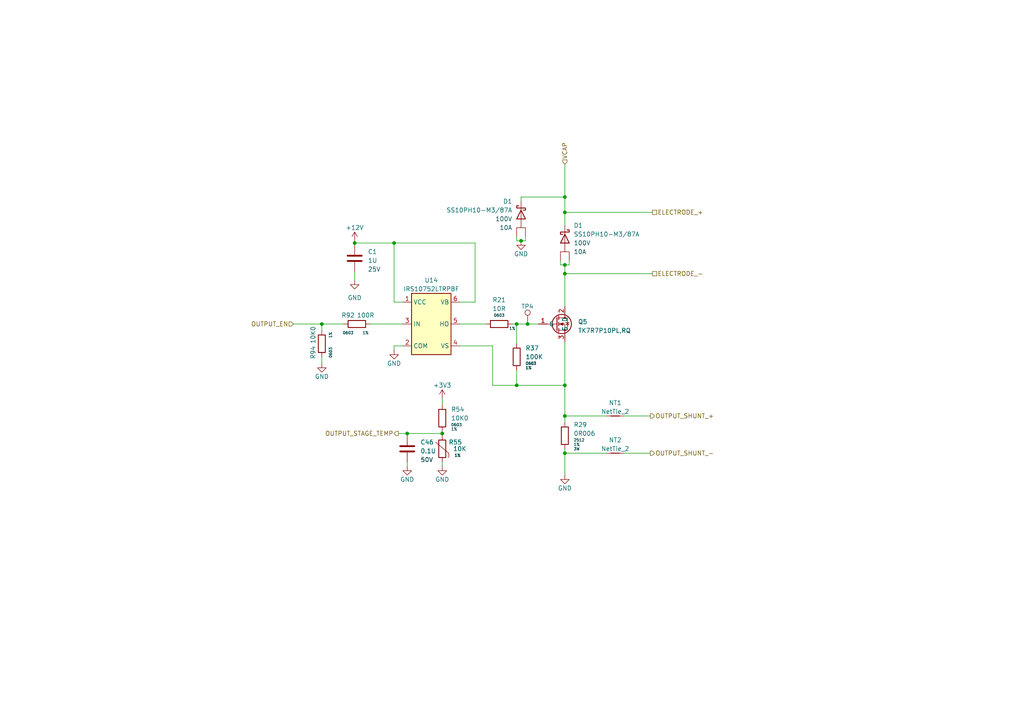
<source format=kicad_sch>
(kicad_sch (version 20230121) (generator eeschema)
  (paper "A4")
  (title_block (company "Rack Robotics, Inc.") (comment 1 "Engineering by DragonFly Power Systems") (comment 2 "Design by Rack Robotics, Inc."))
  (lib_symbols
    (symbol "0603_CAP:0.1U_50V"
      (property "Reference" "C" (at 3.175 1.905 0))
      (property "Value" "0.1U" (at 3.175 0 0))
      (property "Volage Rating" "50V" (at 3.175 -1.905 0))
      (symbol "0.1U_50V_0_1"
        (polyline (pts (xy -2.032 -0.762) (xy 2.032 -0.762)) (stroke (width 0.508)))
        (polyline (pts (xy -2.032 0.762) (xy 2.032 0.762)) (stroke (width 0.508)))
      )
      (symbol "0.1U_50V_1_1"
        (pin passive line (at 0 3.81 270) (length 2.794) (name "~") (number "1"))
        (pin passive line (at 0 -3.81 90) (length 2.794) (name "~") (number "2"))
      )
    )
    (symbol "0603_CAP:1U_25V"
      (property "Reference" "C" (at 3.175 1.905 0))
      (property "Value" "1U" (at 3.175 0 0))
      (property "Volage Rating" "25V" (at 3.175 -1.905 0))
      (symbol "1U_25V_0_1"
        (polyline (pts (xy -2.032 -0.762) (xy 2.032 -0.762)) (stroke (width 0.508)))
        (polyline (pts (xy -2.032 0.762) (xy 2.032 0.762)) (stroke (width 0.508)))
      )
      (symbol "1U_25V_1_1"
        (pin passive line (at 0 3.81 270) (length 2.794) (name "~") (number "1"))
        (pin passive line (at 0 -3.81 90) (length 2.794) (name "~") (number "2"))
      )
    )
    (symbol "0603_RES:100R"
      (property "Reference" "R" (at 1.27 2.54 0))
      (property "Value" "100R" (at 1.27 0.635 0))
      (property "Package Size" "0603" (at 1.27 -1.27 0))
      (property "Tolerance" "1%" (at 1.27 -2.54 0))
      (symbol "100R_0_1"
        (rectangle (start -1.016 2.54) (end 1.016 -2.54) (stroke (width 0.254)))
      )
      (symbol "100R_1_1"
        (pin passive line (at 0 3.81 270) (length 1.27) (name "~") (number "1"))
        (pin passive line (at 0 -3.81 90) (length 1.27) (name "~") (number "2"))
      )
    )
    (symbol "0603_RES:100k"
      (property "Reference" "R" (at 1.27 2.54 0))
      (property "Value" "100K" (at 1.27 0.635 0))
      (property "Package Size" "0603" (at 1.27 -1.27 0))
      (property "Tolerance" "1%" (at 1.27 -2.54 0))
      (symbol "100k_0_1"
        (rectangle (start -1.016 2.54) (end 1.016 -2.54) (stroke (width 0.254)))
      )
      (symbol "100k_1_1"
        (pin passive line (at 0 3.81 270) (length 1.27) (name "~") (number "1"))
        (pin passive line (at 0 -3.81 90) (length 1.27) (name "~") (number "2"))
      )
    )
    (symbol "0603_RES:10K0"
      (property "Reference" "R" (at 1.27 2.54 0))
      (property "Value" "10K0" (at 1.27 0.635 0))
      (property "Package Size" "0603" (at 1.27 -1.27 0))
      (property "Tolerance" "1%" (at 1.27 -2.54 0))
      (symbol "10K0_0_1"
        (rectangle (start -1.016 2.54) (end 1.016 -2.54) (stroke (width 0.254)))
      )
      (symbol "10K0_1_1"
        (pin passive line (at 0 3.81 270) (length 1.27) (name "~") (number "1"))
        (pin passive line (at 0 -3.81 90) (length 1.27) (name "~") (number "2"))
      )
    )
    (symbol "0603_RES:10K_THERMISTOR"
      (property "Reference" "R" (at 3.81 1.905 0))
      (property "Value" "10K" (at 5.08 0 0))
      (property "Tolerance" "1%" (at 4.445 -1.905 0))
      (symbol "10K_THERMISTOR_0_1"
        (rectangle (start -1.016 2.54) (end 1.016 -2.54) (stroke (width 0.254)))
        (polyline (pts (xy 1.905 -2.54) (xy 1.905 -1.27) (xy -1.905 1.905)))
      )
      (symbol "10K_THERMISTOR_1_1"
        (pin passive line (at 0 3.81 270) (length 1.27) (name "~") (number "1"))
        (pin passive line (at 0 -3.81 90) (length 1.27) (name "~") (number "2"))
      )
    )
    (symbol "0603_RES:10R"
      (property "Reference" "R" (at 1.27 2.54 0))
      (property "Value" "10R" (at 1.27 0.635 0))
      (property "Package Size" "0603" (at 1.27 -1.27 0))
      (property "Tolerance" "1%" (at 1.27 -2.54 0))
      (symbol "10R_0_1"
        (rectangle (start -1.016 2.54) (end 1.016 -2.54) (stroke (width 0.254)))
      )
      (symbol "10R_1_1"
        (pin passive line (at 0 3.81 270) (length 1.27) (name "~") (number "1"))
        (pin passive line (at 0 -3.81 90) (length 1.27) (name "~") (number "2"))
      )
    )
    (symbol "Connector:TestPoint" (pin_numbers hide) (pin_names (offset 0.762) hide)
      (property "Reference" "TP" (at 0 6.858 0))
      (property "Value" "TestPoint" (at 0 5.08 0))
      (symbol "TestPoint_0_1"
        (circle (center 0 3.302) (radius 0.762))
      )
      (symbol "TestPoint_1_1"
        (pin passive line (at 0 0 90) (length 2.54) (name "1") (number "1"))
      )
    )
    (symbol "Device:NetTie_2" (pin_numbers hide) (pin_names (offset 0) hide) (in_bom no)
      (property "Reference" "NT" (at 0 1.27 0))
      (property "Value" "NetTie_2" (at 0 -1.27 0))
      (symbol "NetTie_2_0_1"
        (polyline (pts (xy -1.27 0) (xy 1.27 0)) (stroke (width 0.254)))
      )
      (symbol "NetTie_2_1_1"
        (pin passive line (at -2.54 0 0) (length 2.54) (name "1") (number "1"))
        (pin passive line (at 2.54 0 180) (length 2.54) (name "2") (number "2"))
      )
    )
    (symbol "Gate Drivers:IRS10752LTRPBF"
      (property "Reference" "U" (at 0 1.27 0))
      (property "Value" "IRS10752LTRPBF" (at 0 -19.05 0))
      (symbol "IRS10752LTRPBF_0_1"
        (rectangle (start 0 0) (end 11.43 -17.78) (stroke (width 0.254)) (fill (type background)))
      )
      (symbol "IRS10752LTRPBF_1_1"
        (pin power_in line (at -2.54 -2.54 0) (length 2.54) (name "VCC") (number "1"))
        (pin power_in line (at -2.54 -15.24 0) (length 2.54) (name "COM") (number "2"))
        (pin input line (at -2.54 -8.89 0) (length 2.54) (name "IN") (number "3"))
        (pin passive line (at 13.97 -15.24 180) (length 2.54) (name "VS") (number "4"))
        (pin output line (at 13.97 -8.89 180) (length 2.54) (name "HO") (number "5"))
        (pin power_in line (at 13.97 -2.54 180) (length 2.54) (name "VB") (number "6"))
      )
    )
    (symbol "POWER_FETs:TK7R7P10PL"
      (property "Reference" "Q" (at 2.54 3.81 0))
      (property "Value" "TK7R7P10PL,RQ" (at 2.54 1.27 0))
      (symbol "TK7R7P10PL_0_1"
        (circle (center -0.889 0) (radius 2.794) (stroke (width 0.254)))
        (circle (center 0 -1.778) (radius 0.254) (fill (type outline)))
        (polyline (pts (xy -2.286 0) (xy -5.08 0)))
        (polyline (pts (xy -2.286 1.905) (xy -2.286 -1.905)) (stroke (width 0.254)))
        (polyline (pts (xy -1.778 -1.27) (xy -1.778 -2.286)) (stroke (width 0.254)))
        (polyline (pts (xy -1.778 0.508) (xy -1.778 -0.508)) (stroke (width 0.254)))
        (polyline (pts (xy -1.778 2.286) (xy -1.778 1.27)) (stroke (width 0.254)))
        (polyline (pts (xy 0 2.54) (xy 0 1.778)))
        (polyline (pts (xy 0 -2.54) (xy 0 0) (xy -1.778 0)))
        (polyline (pts (xy -1.778 -1.778) (xy 0.762 -1.778) (xy 0.762 1.778) (xy -1.778 1.778)))
        (polyline (pts (xy -1.524 0) (xy -0.508 0.381) (xy -0.508 -0.381) (xy -1.524 0)) (fill (type outline)))
        (polyline (pts (xy 0.254 0.508) (xy 0.381 0.381) (xy 1.143 0.381) (xy 1.27 0.254)))
        (polyline (pts (xy 0.762 0.381) (xy 0.381 -0.254) (xy 1.143 -0.254) (xy 0.762 0.381)))
        (circle (center 0 1.778) (radius 0.254) (fill (type outline)))
      )
      (symbol "TK7R7P10PL_1_1"
        (pin passive line (at -7.62 0 0) (length 2.54) (name "G") (number "1"))
        (pin passive line (at 0 5.08 270) (length 2.54) (name "D") (number "2"))
        (pin passive line (at 0 -5.08 90) (length 2.54) (name "S") (number "3"))
      )
    )
    (symbol "POWER_RESISTOR:0R006_2512_3W"
      (property "Reference" "R" (at 1.27 3.175 0))
      (property "Value" "0R006" (at 1.27 1.27 0))
      (property "Package Size" "2512" (at 1.27 -0.635 0))
      (property "Tolerance" "1%" (at 1.27 -1.905 0))
      (property "Power Rating" "3W" (at 1.27 -3.175 0))
      (symbol "0R006_2512_3W_0_1"
        (rectangle (start -1.016 2.54) (end 1.016 -2.54) (stroke (width 0.254)))
      )
      (symbol "0R006_2512_3W_1_1"
        (pin passive line (at 0 3.81 270) (length 1.27) (name "~") (number "1"))
        (pin passive line (at 0 -3.81 90) (length 1.27) (name "~") (number "2"))
      )
    )
    (symbol "SCHOTTKY_DIODES:SS10PH10-M3/87A" (pin_numbers hide) (pin_names hide)
      (property "Reference" "D" (at 0 2.54 0))
      (property "Value" "SS10PH10-M3/87A" (at 0 -2.54 0))
      (property "Vr" "100V" (at -4.445 2.54 0))
      (property "If" "10A" (at 3.175 2.54 0))
      (symbol "SS10PH10-M3/87A_0_1"
        (polyline (pts (xy 1.27 0) (xy -1.27 0)))
        (polyline (pts (xy 3.81 0) (xy 1.27 0)))
        (polyline (pts (xy 3.81 1.27) (xy 3.81 -1.27)))
        (polyline (pts (xy 1.27 1.27) (xy 1.27 -1.27) (xy -1.27 0) (xy 1.27 1.27)) (stroke (width 0.254)))
        (polyline (pts (xy -2.54 0.635) (xy -2.54 1.27) (xy -1.905 1.27) (xy -1.905 -1.27) (xy -1.27 -1.27) (xy -1.27 -0.635)) (stroke (width 0.254)))
      )
      (symbol "SS10PH10-M3/87A_1_1"
        (pin passive line (at 6.35 1.27 180) (length 2.54) (name "A") (number "1"))
        (pin passive line (at 6.35 -1.27 180) (length 2.54) (name "A") (number "2"))
        (pin passive line (at -3.81 0 0) (length 2.54) (name "K") (number "3"))
      )
    )
    (symbol "power:+12V" (power) (pin_names (offset 0))
      (property "Value" "+12V" (at 0 3.556 0))
      (symbol "+12V_0_1"
        (polyline (pts (xy -0.762 1.27) (xy 0 2.54)))
        (polyline (pts (xy 0 0) (xy 0 2.54)))
        (polyline (pts (xy 0 2.54) (xy 0.762 1.27)))
      )
      (symbol "+12V_1_1"
        (pin power_in line (at 0 0 90) (length 0) hide (name "+12V") (number "1"))
      )
    )
    (symbol "power:+3V3" (power) (pin_names (offset 0))
      (property "Value" "+3V3" (at 0 3.556 0))
      (symbol "+3V3_0_1"
        (polyline (pts (xy -0.762 1.27) (xy 0 2.54)))
        (polyline (pts (xy 0 0) (xy 0 2.54)))
        (polyline (pts (xy 0 2.54) (xy 0.762 1.27)))
      )
      (symbol "+3V3_1_1"
        (pin power_in line (at 0 0 90) (length 0) hide (name "+3V3") (number "1"))
      )
    )
    (symbol "power:GND" (power) (pin_names (offset 0))
      (property "Value" "GND" (at 0 -3.81 0))
      (symbol "GND_0_1"
        (polyline (pts (xy 0 0) (xy 0 -1.27) (xy 1.27 -1.27) (xy 0 -2.54) (xy -1.27 -1.27) (xy 0 -1.27)))
      )
      (symbol "GND_1_1"
        (pin power_in line (at 0 0 270) (length 0) hide (name "GND") (number "1"))
      )
    )
  )
  (junction (at 149.86 111.76))
  (junction (at 153.035 93.98))
  (junction (at 163.83 111.76))
  (junction (at 128.27 125.73))
  (junction (at 149.86 93.98))
  (junction (at 114.3 70.485))
  (junction (at 93.345 93.98))
  (junction (at 163.83 79.375))
  (junction (at 102.87 70.485))
  (junction (at 163.83 61.595))
  (junction (at 151.13 69.85))
  (junction (at 163.83 120.65))
  (junction (at 118.11 125.73))
  (junction (at 163.83 57.15))
  (junction (at 163.83 76.835))
  (junction (at 163.83 131.445))
  (wire (pts (xy 162.56 75.565) (xy 162.56 76.835)))
  (wire (pts (xy 128.27 125.095) (xy 128.27 125.73)))
  (wire (pts (xy 102.87 70.485) (xy 102.87 71.12)))
  (wire (pts (xy 128.27 133.985) (xy 128.27 135.255)))
  (wire (pts (xy 163.83 111.76) (xy 163.83 120.65)))
  (wire (pts (xy 151.13 57.15) (xy 163.83 57.15)))
  (wire (pts (xy 128.27 115.57) (xy 128.27 117.475)))
  (wire (pts (xy 165.1 75.565) (xy 165.1 76.835)))
  (wire (pts (xy 163.83 76.835) (xy 165.1 76.835)))
  (wire (pts (xy 151.13 69.85) (xy 152.4 69.85)))
  (wire (pts (xy 85.09 93.98) (xy 93.345 93.98)))
  (wire (pts (xy 152.4 68.58) (xy 152.4 69.85)))
  (wire (pts (xy 149.86 68.58) (xy 149.86 69.85)))
  (wire (pts (xy 133.35 100.33) (xy 142.875 100.33)))
  (wire (pts (xy 163.83 131.445) (xy 175.895 131.445)))
  (wire (pts (xy 142.875 111.76) (xy 149.86 111.76)))
  (wire (pts (xy 163.83 131.445) (xy 163.83 137.795)))
  (wire (pts (xy 163.83 79.375) (xy 189.23 79.375)))
  (wire (pts (xy 137.795 87.63) (xy 137.795 70.485)))
  (wire (pts (xy 133.35 93.98) (xy 140.97 93.98)))
  (wire (pts (xy 163.83 120.65) (xy 175.895 120.65)))
  (wire (pts (xy 163.83 47.625) (xy 163.83 57.15)))
  (wire (pts (xy 128.27 125.73) (xy 128.27 126.365)))
  (wire (pts (xy 148.59 93.98) (xy 149.86 93.98)))
  (wire (pts (xy 149.86 107.315) (xy 149.86 111.76)))
  (wire (pts (xy 162.56 76.835) (xy 163.83 76.835)))
  (wire (pts (xy 137.795 70.485) (xy 114.3 70.485)))
  (wire (pts (xy 149.86 111.76) (xy 163.83 111.76)))
  (wire (pts (xy 163.83 57.15) (xy 163.83 61.595)))
  (wire (pts (xy 118.11 133.985) (xy 118.11 135.255)))
  (wire (pts (xy 153.035 93.98) (xy 156.21 93.98)))
  (wire (pts (xy 115.57 125.73) (xy 118.11 125.73)))
  (wire (pts (xy 118.11 126.365) (xy 118.11 125.73)))
  (wire (pts (xy 142.875 100.33) (xy 142.875 111.76)))
  (wire (pts (xy 163.83 76.835) (xy 163.83 79.375)))
  (wire (pts (xy 163.83 61.595) (xy 189.23 61.595)))
  (wire (pts (xy 102.87 70.485) (xy 114.3 70.485)))
  (wire (pts (xy 114.3 70.485) (xy 114.3 87.63)))
  (wire (pts (xy 102.87 69.85) (xy 102.87 70.485)))
  (wire (pts (xy 163.83 99.06) (xy 163.83 111.76)))
  (wire (pts (xy 163.83 120.65) (xy 163.83 122.555)))
  (wire (pts (xy 114.3 100.33) (xy 114.3 101.6)))
  (wire (pts (xy 180.975 131.445) (xy 188.595 131.445)))
  (wire (pts (xy 149.86 69.85) (xy 151.13 69.85)))
  (wire (pts (xy 118.11 125.73) (xy 128.27 125.73)))
  (wire (pts (xy 93.345 103.505) (xy 93.345 105.41)))
  (wire (pts (xy 149.86 93.98) (xy 153.035 93.98)))
  (wire (pts (xy 114.3 87.63) (xy 116.84 87.63)))
  (wire (pts (xy 180.975 120.65) (xy 188.595 120.65)))
  (wire (pts (xy 93.345 93.98) (xy 93.345 95.885)))
  (wire (pts (xy 133.35 87.63) (xy 137.795 87.63)))
  (wire (pts (xy 149.86 93.98) (xy 149.86 99.695)))
  (wire (pts (xy 107.315 93.98) (xy 116.84 93.98)))
  (wire (pts (xy 114.3 100.33) (xy 116.84 100.33)))
  (wire (pts (xy 151.13 57.15) (xy 151.13 58.42)))
  (wire (pts (xy 102.87 78.74) (xy 102.87 81.28)))
  (wire (pts (xy 163.83 61.595) (xy 163.83 65.405)))
  (wire (pts (xy 163.83 130.175) (xy 163.83 131.445)))
  (wire (pts (xy 163.83 79.375) (xy 163.83 88.9)))
  (wire (pts (xy 93.345 93.98) (xy 99.695 93.98)))
  (hierarchical_label "OUTPUT_SHUNT_+" (shape output) (at 188.595 120.65 0))
  (hierarchical_label "OUTPUT_SHUNT_-" (shape output) (at 188.595 131.445 0))
  (hierarchical_label "OUTPUT_EN" (shape input) (at 85.09 93.98 180))
  (hierarchical_label "VCAP" (shape input) (at 163.83 47.625 90))
  (hierarchical_label "ELECTRODE_-" (shape passive) (at 189.23 79.375 0))
  (hierarchical_label "ELECTRODE_+" (shape passive) (at 189.23 61.595 0))
  (hierarchical_label "OUTPUT_STAGE_TEMP" (shape output) (at 115.57 125.73 180))
  (symbol (lib_id "SCHOTTKY_DIODES:SS10PH10-M3/87A") (at 163.83 69.215 270) (unit 1)
    (property "Reference" "D1" (at 166.37 65.405 90) (effects (justify left)))
    (property "Value" "SS10PH10-M3/87A" (at 166.37 67.945 90) (effects (justify left)))
    (property "Footprint" "Package_TO_SOT_SMD:TO-277A" (effects hide))
    (property "Datasheet" "https://www.vishay.com/docs/89000/ss10ph10.pdf" (effects hide))
    (property "Vr" "100V" (at 166.37 70.485 90) (effects (justify left)))
    (property "If" "10A" (at 166.37 73.025 90) (effects (justify left)))
    (property "Manufacturer" "Vishay" (effects hide))
    (property "Part Number" "SS10PH10-M3/87A" (effects hide))
    (instances (project "POWERCORE-V2.0_MOTHERBOARD" (path "" (reference "D1") (unit 1)) (path "" (reference "D2") (unit 1))))
  )
  (symbol (lib_id "SCHOTTKY_DIODES:SS10PH10-M3/87A") (at 151.13 62.23 90) (mirror x) (unit 1)
    (property "Reference" "D1" (at 148.59 58.42 90) (effects (justify left)))
    (property "Value" "SS10PH10-M3/87A" (at 148.59 60.96 90) (effects (justify left)))
    (property "Footprint" "Package_TO_SOT_SMD:TO-277A" (effects hide))
    (property "Datasheet" "https://www.vishay.com/docs/89000/ss10ph10.pdf" (effects hide))
    (property "Vr" "100V" (at 148.59 63.5 90) (effects (justify left)))
    (property "If" "10A" (at 148.59 66.04 90) (effects (justify left)))
    (property "Manufacturer" "Vishay" (effects hide))
    (property "Part Number" "SS10PH10-M3/87A" (effects hide))
    (instances (project "POWERCORE-V2.0_MOTHERBOARD" (path "" (reference "D1") (unit 1)) (path "" (reference "D20") (unit 1))))
  )
  (symbol (lib_id "power:GND") (at 102.87 81.28 0) (unit 1)
    (property "Reference" "#PWR01" (effects hide))
    (property "Value" "GND" (at 102.87 86.36 0))
    (instances (project "POWERCORE-V2.0_MOTHERBOARD" (path "" (reference "#PWR01") (unit 1)) (path "" (reference "#PWR0116") (unit 1)) (path "" (reference "#PWR037") (unit 1))))
  )
  (symbol (lib_id "power:GND") (at 118.11 135.255 0) (unit 1)
    (property "Reference" "#PWR030" (effects hide))
    (property "Value" "GND" (at 118.11 139.065 0))
    (instances (project "POWERCORE-V2.0_MOTHERBOARD" (path "" (reference "#PWR030") (unit 1)) (path "" (reference "#PWR067") (unit 1)) (path "" (reference "#PWR073") (unit 1))))
  )
  (symbol (lib_id "0603_RES:10K0") (at 93.345 99.695 180) (unit 1)
    (property "Reference" "R94" (at 90.805 102.235 90))
    (property "Value" "10K0" (at 90.805 97.155 90))
    (property "Footprint" "Resistor_SMD:R_0603_1608Metric" (effects hide))
    (property "Datasheet" "https://www.seielect.com/Catalog/SEI-RMCF_RMCP.pdf" (effects hide))
    (property "Package Size" "0603" (at 95.885 102.235 90) (effects (font (size 0.8 0.8))))
    (property "Tolerance" "1%" (at 95.885 97.155 90) (effects (font (size 0.8 0.8))))
    (property "Part Number" "RMCF0603FT10K0" (effects hide))
    (property "Manufacturer" "Stackpole" (effects hide))
    (instances (project "POWERCORE-V2.0_MOTHERBOARD" (path "" (reference "R94") (unit 1)) (path "" (reference "R26") (unit 1))))
  )
  (symbol (lib_id "0603_RES:100R") (at 103.505 93.98 90) (unit 1)
    (property "Reference" "R92" (at 100.965 91.44 90))
    (property "Value" "100R" (at 106.045 91.44 90))
    (property "Footprint" "Resistor_SMD:R_0603_1608Metric" (effects hide))
    (property "Datasheet" "https://www.seielect.com/Catalog/SEI-RMCF_RMCP.pdf" (effects hide))
    (property "Package Size" "0603" (at 100.965 96.52 90) (effects (font (size 0.8 0.8))))
    (property "Tolerance" "1%" (at 106.045 96.52 90) (effects (font (size 0.8 0.8))))
    (property "Part Number" "RMCF0603FT100R" (effects hide))
    (property "Manufacturer" "Stackpole" (effects hide))
    (instances (project "POWERCORE-V2.0_MOTHERBOARD" (path "" (reference "R92") (unit 1)) (path "" (reference "R18") (unit 1))))
  )
  (symbol (lib_id "0603_RES:10K0") (at 128.27 121.285 0) (unit 1)
    (property "Reference" "R54" (at 130.81 118.745 0) (effects (justify left)))
    (property "Value" "10K0" (at 130.81 121.285 0) (effects (justify left)))
    (property "Footprint" "Resistor_SMD:R_0603_1608Metric" (effects hide))
    (property "Datasheet" "https://www.seielect.com/Catalog/SEI-RMCF_RMCP.pdf" (effects hide))
    (property "Package Size" "0603" (at 130.81 123.19 0) (effects (font (size 0.8 0.8)) (justify left)))
    (property "Tolerance" "1%" (at 130.81 124.46 0) (effects (font (size 0.8 0.8)) (justify left)))
    (property "Part Number" "RMCF0603FT10K0" (effects hide))
    (property "Manufacturer" "Stackpole" (effects hide))
    (instances (project "POWERCORE-V2.0_MOTHERBOARD" (path "" (reference "R54") (unit 1)) (path "" (reference "R58") (unit 1))))
  )
  (symbol (lib_id "POWER_FETs:TK7R7P10PL") (at 163.83 93.98 0) (unit 1)
    (property "Reference" "Q5" (at 167.64 93.345 0) (effects (justify left)))
    (property "Value" "TK7R7P10PL,RQ" (at 167.64 95.885 0) (effects (justify left)))
    (property "Footprint" "Package_TO_SOT_SMD:TO-252-2" (effects hide))
    (property "Datasheet" "https://toshiba.semicon-storage.com/info/TK7R7P10PL_datasheet_en_20210127.pdf?did=60584&prodName=TK7R7P10PL" (effects hide))
    (property "Manufacturer" "Toshiba" (effects hide))
    (property "Part Number" "TK7R7P10PL,RQ" (effects hide))
  )
  (symbol (lib_id "Connector:TestPoint") (at 153.035 93.98 0) (unit 1)
    (property "Reference" "TP4" (at 151.13 88.9 0) (effects (justify left)))
    (property "Value" "TestPoint" (effects hide))
    (property "Footprint" "TestPoint:TestPoint_Pad_D1.5mm" (effects hide))
    (instances (project "POWERCORE-V2.0_MOTHERBOARD" (path "" (reference "TP4") (unit 1)) (path "" (reference "TP5") (unit 1))))
  )
  (symbol (lib_id "0603_RES:10K_THERMISTOR") (at 128.27 130.175 0) (unit 1)
    (property "Reference" "R55" (at 132.08 128.27 0))
    (property "Value" "10K" (at 133.35 130.175 0))
    (property "Footprint" "Resistor_SMD:R_0603_1608Metric" (effects hide))
    (property "Datasheet" "https://www.murata.com/en-us/api/pdfdownloadapi?cate=luNTCforTempeSenso&partno=NCU18XH103F60RB" (effects hide))
    (property "Beta" "3455K (25/100)" (effects hide))
    (property "Tolerance" "1%" (at 132.715 132.08 0) (effects (font (size 0.8 0.8))))
    (property "Part Number" "NCU18XH103F60RB" (effects hide))
    (property "Manufacturer" "Murata" (effects hide))
    (instances (project "POWERCORE-V2.0_MOTHERBOARD" (path "" (reference "R55") (unit 1)) (path "" (reference "R59") (unit 1))))
  )
  (symbol (lib_id "0603_CAP:1U_25V") (at 102.87 74.93 0) (unit 1)
    (property "Reference" "C1" (at 106.68 73.025 0) (effects (justify left)))
    (property "Value" "1U" (at 106.68 75.565 0) (effects (justify left)))
    (property "Footprint" "Capacitor_SMD:C_0603_1608Metric" (effects hide))
    (property "Datasheet" "https://media.digikey.com/pdf/Data%20Sheets/Samsung%20PDFs/CL10B104KB8NNWC_Spec.pdf" (effects hide))
    (property "Volage Rating" "25V" (at 106.68 78.105 0) (effects (justify left)))
    (property "Part Number" "CL10B105KA8NNNC" (effects hide))
    (property "Manufacturer" "Samsung" (effects hide))
    (instances (project "POWERCORE-V2.0_MOTHERBOARD" (path "" (reference "C1") (unit 1)) (path "" (reference "C65") (unit 1)) (path "" (reference "C27") (unit 1))))
  )
  (symbol (lib_id "POWER_RESISTOR:0R006_2512_3W") (at 163.83 126.365 0) (unit 1)
    (property "Reference" "R29" (at 166.37 123.19 0) (effects (justify left)))
    (property "Value" "0R006" (at 166.37 125.73 0) (effects (justify left)))
    (property "Footprint" "SMD_RESISTORS:CRE_2512_High_ohm" (effects hide))
    (property "Datasheet" "https://www.bourns.com/docs/product-datasheets/cre.pdf" (effects hide))
    (property "Package Size" "2512" (at 166.37 127.635 0) (effects (font (size 0.8 0.8)) (justify left)))
    (property "Tolerance" "1%" (at 166.37 128.905 0) (effects (font (size 0.8 0.8)) (justify left)))
    (property "Part Number" "CRE2512-FZ-R006E-3" (effects hide))
    (property "Power Rating" "3W" (at 166.37 130.175 0) (effects (font (size 0.8 0.8)) (justify left)))
    (property "Manufacturer" "Bourns" (effects hide))
  )
  (symbol (lib_id "Device:NetTie_2") (at 178.435 131.445 180) (unit 1) (in_bom no)
    (property "Reference" "NT2" (at 178.435 127.635 0))
    (property "Value" "NetTie_2" (at 178.435 130.175 0))
    (property "Footprint" "NET_TIES:NET_TIE_SMD_10mil" (effects hide))
    (instances (project "POWERCORE-V2.0_MOTHERBOARD" (path "" (reference "NT2") (unit 1)) (path "" (reference "NT6") (unit 1))))
  )
  (symbol (lib_id "power:GND") (at 151.13 69.85 0) (unit 1)
    (property "Reference" "#PWR0117" (effects hide))
    (property "Value" "GND" (at 151.13 73.66 0))
    (instances (project "POWERCORE-V2.0_MOTHERBOARD" (path "" (reference "#PWR0117") (unit 1)) (path "" (reference "#PWR0151") (unit 1))))
  )
  (symbol (lib_id "power:GND") (at 128.27 135.255 0) (unit 1)
    (property "Reference" "#PWR030" (effects hide))
    (property "Value" "GND" (at 128.27 139.065 0))
    (instances (project "POWERCORE-V2.0_MOTHERBOARD" (path "" (reference "#PWR030") (unit 1)) (path "" (reference "#PWR068") (unit 1)) (path "" (reference "#PWR074") (unit 1))))
  )
  (symbol (lib_id "power:+3V3") (at 128.27 115.57 0) (unit 1)
    (property "Reference" "#PWR066" (effects hide))
    (property "Value" "+3V3" (at 128.27 111.76 0))
    (instances (project "POWERCORE-V2.0_MOTHERBOARD" (path "" (reference "#PWR066") (unit 1)) (path "" (reference "#PWR072") (unit 1))))
  )
  (symbol (lib_id "power:+12V") (at 102.87 69.85 0) (unit 1)
    (property "Reference" "#PWR02" (effects hide))
    (property "Value" "+12V" (at 102.87 66.04 0))
    (instances (project "POWERCORE-V2.0_MOTHERBOARD" (path "" (reference "#PWR02") (unit 1)) (path "" (reference "#PWR0115") (unit 1)) (path "" (reference "#PWR035") (unit 1))))
  )
  (symbol (lib_id "0603_RES:10R") (at 144.78 93.98 90) (unit 1)
    (property "Reference" "R21" (at 144.78 86.995 90))
    (property "Value" "10R" (at 144.78 89.535 90))
    (property "Footprint" "Resistor_SMD:R_0603_1608Metric" (effects hide))
    (property "Datasheet" "https://www.seielect.com/Catalog/SEI-RMCF_RMCP.pdf" (effects hide))
    (property "Package Size" "0603" (at 144.78 91.44 90) (effects (font (size 0.8 0.8))))
    (property "Tolerance" "1%" (at 148.59 95.25 90) (effects (font (size 0.8 0.8))))
    (property "Part Number" "RMCF0603FT10R0" (effects hide))
    (property "Manufacturer" "Stackpole" (effects hide))
    (instances (project "POWERCORE-V2.0_MOTHERBOARD" (path "" (reference "R21") (unit 1)) (path "" (reference "R77") (unit 1))))
  )
  (symbol (lib_id "power:GND") (at 163.83 137.795 0) (unit 1)
    (property "Reference" "#PWR038" (effects hide))
    (property "Value" "GND" (at 163.83 141.605 0))
  )
  (symbol (lib_id "power:GND") (at 114.3 101.6 0) (unit 1)
    (property "Reference" "#PWR0117" (effects hide))
    (property "Value" "GND" (at 114.3 105.41 0))
    (instances (project "POWERCORE-V2.0_MOTHERBOARD" (path "" (reference "#PWR0117") (unit 1)) (path "" (reference "#PWR0118") (unit 1))))
  )
  (symbol (lib_id "Device:NetTie_2") (at 178.435 120.65 180) (unit 1) (in_bom no)
    (property "Reference" "NT1" (at 178.435 116.84 0))
    (property "Value" "NetTie_2" (at 178.435 119.38 0))
    (property "Footprint" "NET_TIES:NET_TIE_SMD_10mil" (effects hide))
    (instances (project "POWERCORE-V2.0_MOTHERBOARD" (path "" (reference "NT1") (unit 1)) (path "" (reference "NT6") (unit 1))))
  )
  (symbol (lib_id "0603_RES:100k") (at 149.86 103.505 0) (unit 1)
    (property "Reference" "R37" (at 152.4 100.965 0) (effects (justify left)))
    (property "Value" "100K" (at 152.4 103.505 0) (effects (justify left)))
    (property "Footprint" "Resistor_SMD:R_0603_1608Metric" (effects hide))
    (property "Datasheet" "https://www.seielect.com/Catalog/SEI-RMCF_RMCP.pdf" (effects hide))
    (property "Package Size" "0603" (at 152.4 105.41 0) (effects (font (size 0.8 0.8)) (justify left)))
    (property "Tolerance" "1%" (at 152.4 106.68 0) (effects (font (size 0.8 0.8)) (justify left)))
    (property "Part Number" "RMCF0603FT100K" (effects hide))
    (property "Manufacturer" "Stackpole" (effects hide))
    (instances (project "POWERCORE-V2.0_MOTHERBOARD" (path "" (reference "R37") (unit 1)) (path "" (reference "R51") (unit 1)) (path "" (reference "R23") (unit 1)) (path "" (reference "R27") (unit 1))))
  )
  (symbol (lib_id "power:GND") (at 93.345 105.41 0) (unit 1)
    (property "Reference" "#PWR0120" (effects hide))
    (property "Value" "GND" (at 93.345 109.22 0))
    (instances (project "POWERCORE-V2.0_MOTHERBOARD" (path "" (reference "#PWR0120") (unit 1)) (path "" (reference "#PWR0119") (unit 1))))
  )
  (symbol (lib_id "Gate Drivers:IRS10752LTRPBF") (at 119.38 85.09 0) (unit 1)
    (property "Reference" "U14" (at 125.095 81.28 0))
    (property "Value" "IRS10752LTRPBF" (at 125.095 83.82 0))
    (property "Footprint" "Package_TO_SOT_SMD:SOT-23-6" (effects hide))
    (property "Datasheet" "https://www.infineon.com/dgdl/irs10752lpbf.pdf?fileId=5546d462533600a40153567308ca276d" (effects hide))
    (property "Part Number" "IRS10752LTRPBF" (effects hide))
    (property "Manufacturer" "Infineon" (effects hide))
    (instances (project "POWERCORE-V2.0_MOTHERBOARD" (path "" (reference "U14") (unit 1)) (path "" (reference "U16") (unit 1))))
  )
  (symbol (lib_id "0603_CAP:0.1U_50V") (at 118.11 130.175 0) (unit 1)
    (property "Reference" "C46" (at 121.92 128.27 0) (effects (justify left)))
    (property "Value" "0.1U" (at 121.92 130.81 0) (effects (justify left)))
    (property "Footprint" "Capacitor_SMD:C_0603_1608Metric" (effects hide))
    (property "Datasheet" "https://media.digikey.com/pdf/Data%20Sheets/Samsung%20PDFs/CL10B104KB8NNWC_Spec.pdf" (effects hide))
    (property "Volage Rating" "50V" (at 121.92 133.35 0) (effects (justify left)))
    (property "Part Number" "CL10B104KB8NNWC" (effects hide))
    (property "Manufacturer" "Samsung" (effects hide))
    (instances (project "POWERCORE-V2.0_MOTHERBOARD" (path "" (reference "C46") (unit 1)) (path "" (reference "C48") (unit 1))))
  )
)
</source>
